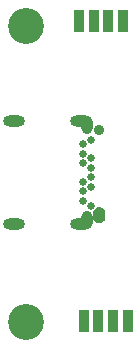
<source format=gbs>
G04*
G04 #@! TF.GenerationSoftware,Altium Limited,Altium Designer,21.6.1 (37)*
G04*
G04 Layer_Color=16711935*
%FSLAX44Y44*%
%MOMM*%
G71*
G04*
G04 #@! TF.SameCoordinates,CFE6EF03-643C-400C-BB7F-AF2D4883FA5C*
G04*
G04*
G04 #@! TF.FilePolarity,Negative*
G04*
G01*
G75*
%ADD100C,3.0400*%
%ADD101O,1.8400X0.9400*%
%ADD102C,0.6400*%
%ADD103O,0.9400X1.5400*%
%ADD104C,0.8900*%
%ADD119R,0.9000X1.9000*%
G36*
X67471Y88251D02*
X67386Y87709D01*
X67243Y87178D01*
X67046Y86665D01*
X66797Y86175D01*
X66498Y85714D01*
X66152Y85287D01*
X65763Y84899D01*
X65336Y84553D01*
X64875Y84253D01*
X64386Y84004D01*
X63872Y83807D01*
X63342Y83665D01*
X62799Y83579D01*
X62250Y83550D01*
X61701Y83579D01*
X61159Y83665D01*
X60628Y83807D01*
X60115Y84004D01*
X59625Y84253D01*
X59164Y84553D01*
X58737Y84899D01*
X58349Y85287D01*
X58003Y85714D01*
X57704Y86175D01*
X57454Y86665D01*
X57257Y87178D01*
X57115Y87709D01*
X57029Y88251D01*
X57000Y88800D01*
Y91800D01*
X57029Y92349D01*
X57115Y92892D01*
X57257Y93422D01*
X57454Y93935D01*
X57704Y94425D01*
X58003Y94886D01*
X58349Y95313D01*
X58737Y95702D01*
X59164Y96047D01*
X59625Y96347D01*
X60115Y96596D01*
X60628Y96793D01*
X61159Y96935D01*
X61701Y97021D01*
X62250Y97050D01*
X62799Y97021D01*
X63342Y96935D01*
X63872Y96793D01*
X64386Y96596D01*
X64875Y96347D01*
X65336Y96047D01*
X65763Y95702D01*
X66152Y95313D01*
X66498Y94886D01*
X66797Y94425D01*
X67046Y93935D01*
X67243Y93422D01*
X67386Y92892D01*
X67471Y92349D01*
X67500Y91800D01*
Y88800D01*
X67471Y88251D01*
D02*
G37*
D100*
X0Y250000D02*
D03*
Y0D02*
D03*
D101*
X-9750Y83000D02*
D03*
Y169600D02*
D03*
X47250Y83000D02*
D03*
Y169600D02*
D03*
D102*
X48750Y102300D02*
D03*
Y110300D02*
D03*
Y118300D02*
D03*
Y150300D02*
D03*
Y142300D02*
D03*
Y134300D02*
D03*
X55750Y98300D02*
D03*
Y114300D02*
D03*
Y122300D02*
D03*
Y154300D02*
D03*
Y138300D02*
D03*
Y130300D02*
D03*
D103*
X52250Y166350D02*
D03*
Y86250D02*
D03*
D104*
X62250Y90300D02*
D03*
Y162300D02*
D03*
D119*
X57500Y254500D02*
D03*
X86500Y750D02*
D03*
X74000D02*
D03*
X61500D02*
D03*
X49000D02*
D03*
X45000Y254500D02*
D03*
X70000D02*
D03*
X82500D02*
D03*
M02*

</source>
